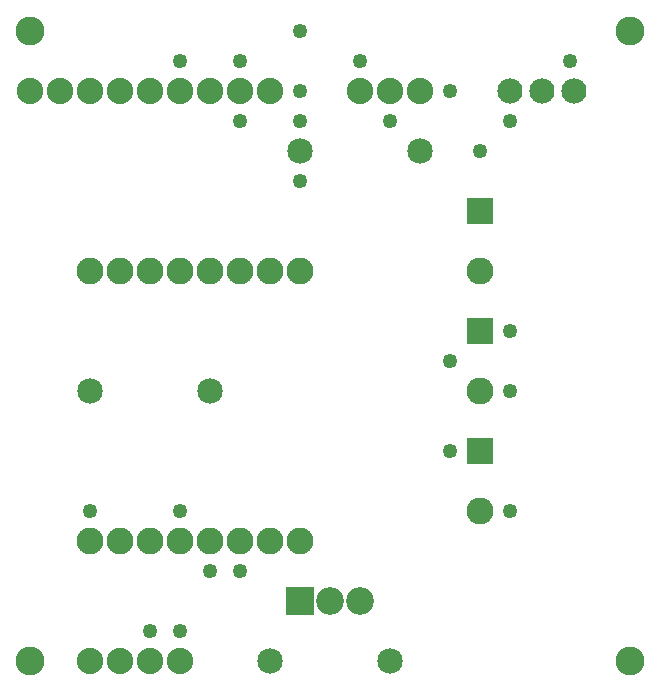
<source format=gts>
G04 MADE WITH FRITZING*
G04 WWW.FRITZING.ORG*
G04 DOUBLE SIDED*
G04 HOLES PLATED*
G04 CONTOUR ON CENTER OF CONTOUR VECTOR*
%ASAXBY*%
%FSLAX23Y23*%
%MOIN*%
%OFA0B0*%
%SFA1.0B1.0*%
%ADD10C,0.049370*%
%ADD11C,0.096614*%
%ADD12C,0.089391*%
%ADD13C,0.092000*%
%ADD14C,0.084000*%
%ADD15C,0.088000*%
%ADD16C,0.085000*%
%ADD17C,0.090000*%
%ADD18R,0.092000X0.092000*%
%ADD19R,0.090000X0.090000*%
%LNMASK1*%
G90*
G70*
G54D10*
X422Y647D03*
X722Y647D03*
X722Y2147D03*
X922Y2147D03*
X922Y1947D03*
X1322Y2147D03*
X1122Y1947D03*
X1122Y1747D03*
X1422Y1947D03*
X2022Y2147D03*
X1622Y2047D03*
X1722Y1847D03*
X1822Y1947D03*
X1822Y1247D03*
X1822Y647D03*
X1822Y1047D03*
X1622Y1147D03*
X1622Y847D03*
X822Y447D03*
X622Y247D03*
X922Y447D03*
X722Y247D03*
X1122Y2047D03*
X1122Y2247D03*
G54D11*
X2222Y2247D03*
X2222Y147D03*
X222Y147D03*
X222Y2247D03*
G54D12*
X1122Y1447D03*
X1022Y1447D03*
X922Y1447D03*
X822Y1447D03*
X722Y1447D03*
X622Y1447D03*
X522Y1447D03*
X422Y1447D03*
X422Y547D03*
X522Y547D03*
X622Y547D03*
X722Y547D03*
X822Y547D03*
X922Y547D03*
X1022Y547D03*
X1122Y547D03*
G54D13*
X1122Y347D03*
X1222Y347D03*
X1322Y347D03*
G54D14*
X1822Y2047D03*
X1929Y2047D03*
X2036Y2047D03*
X1822Y2047D03*
X1929Y2047D03*
X2036Y2047D03*
G54D15*
X722Y2047D03*
X622Y2047D03*
X522Y2047D03*
X422Y2047D03*
X322Y2047D03*
X222Y2047D03*
X822Y2047D03*
X922Y2047D03*
X1022Y2047D03*
X1322Y2047D03*
X1422Y2047D03*
X1522Y2047D03*
X422Y147D03*
X522Y147D03*
X622Y147D03*
X722Y147D03*
G54D16*
X1122Y1847D03*
X1522Y1847D03*
X1422Y147D03*
X1022Y147D03*
X822Y1047D03*
X422Y1047D03*
G54D17*
X1722Y1647D03*
X1722Y1447D03*
X1722Y1247D03*
X1722Y1047D03*
X1722Y847D03*
X1722Y647D03*
G54D18*
X1122Y347D03*
G54D19*
X1722Y1647D03*
X1722Y1247D03*
X1722Y847D03*
G04 End of Mask1*
M02*
</source>
